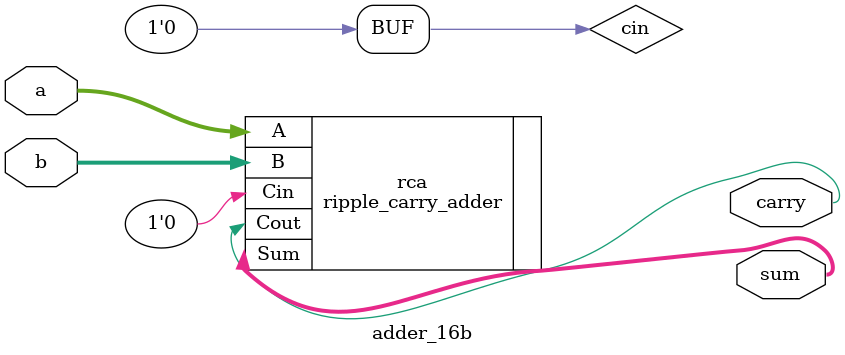
<source format=v>
module adder_16b(input [15:0] a,b,
                 output [15:0] sum,
               output carry);
  wire cin = 1'b0;
  ripple_carry_adder #(.N(16),.model(1)) rca (.A(a), .B(b), .Cin(cin), .Sum(sum), .Cout(carry));
endmodule
</source>
